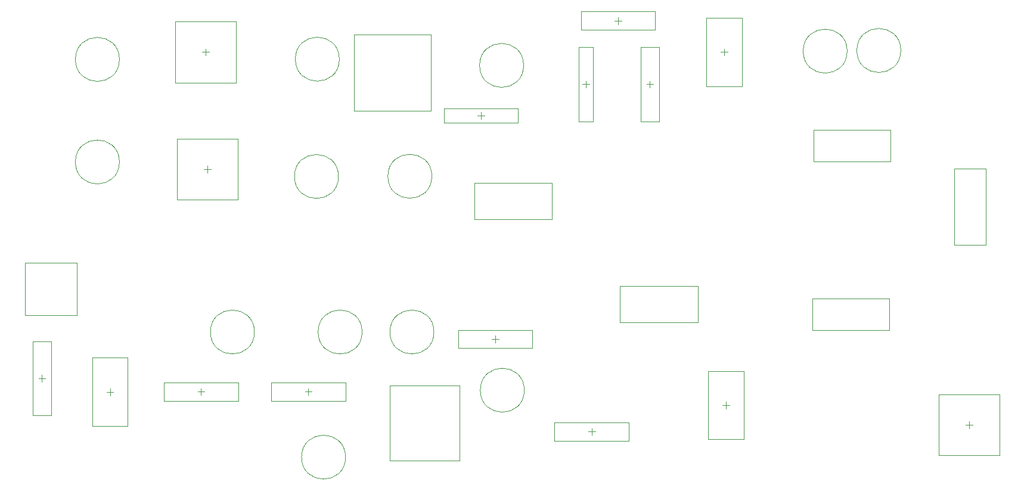
<source format=gbr>
%TF.GenerationSoftware,Altium Limited,Altium Designer,21.2.2 (38)*%
G04 Layer_Color=32768*
%FSLAX26Y26*%
%MOIN*%
%TF.SameCoordinates,77551777-079B-400F-9D4E-00EB0A9A3649*%
%TF.FilePolarity,Positive*%
%TF.FileFunction,Other,Mechanical_15*%
%TF.Part,Single*%
G01*
G75*
%TA.AperFunction,NonConductor*%
%ADD74C,0.003937*%
%ADD78C,0.001968*%
D74*
X6190000Y2470315D02*
Y2509685D01*
X6170315Y2490000D02*
X6209685D01*
X3260315Y4465000D02*
X3299685D01*
X3280000Y4445315D02*
Y4484685D01*
X3290000Y3790315D02*
Y3829685D01*
X3270315Y3810000D02*
X3309685D01*
X2268622Y2993622D02*
X2561378D01*
X2268622D02*
Y3286378D01*
X2561378D01*
Y2993622D02*
Y3286378D01*
X2725829Y2564117D02*
X2765199D01*
X2745514Y2544432D02*
Y2583802D01*
X2365000Y2620315D02*
Y2659685D01*
X2345315Y2640000D02*
X2384685D01*
X3835315Y2565000D02*
X3874685D01*
X3855000Y2545315D02*
Y2584685D01*
X4880315Y2860000D02*
X4919685D01*
X4900000Y2840315D02*
Y2879685D01*
X4820000Y4090315D02*
Y4129685D01*
X4800315Y4110000D02*
X4839685D01*
X5419205Y2341592D02*
X5458575D01*
X5438890Y2321907D02*
Y2361277D01*
X7530315Y2380000D02*
X7569685D01*
X7550000Y2360315D02*
Y2399685D01*
X3235315Y2565000D02*
X3274685D01*
X3255000Y2545315D02*
Y2584685D01*
X5765000Y4265315D02*
Y4304685D01*
X5745315Y4285000D02*
X5784685D01*
X5566936Y4640578D02*
X5606306D01*
X5586621Y4620893D02*
Y4660263D01*
X5388423Y4285000D02*
X5427793D01*
X5408108Y4265315D02*
Y4304685D01*
X6160315Y4465000D02*
X6199685D01*
X6180000Y4445315D02*
Y4484685D01*
X4539567Y4135551D02*
Y4564685D01*
X4110433D02*
X4539567D01*
X4110433Y4135551D02*
Y4564685D01*
Y4135551D02*
X4539567D01*
D78*
X6868032Y4470630D02*
G03*
X6868032Y4470630I-123031J0D01*
G01*
X7168032Y4474370D02*
G03*
X7168032Y4474370I-123031J0D01*
G01*
X4023032Y3769370D02*
G03*
X4023032Y3769370I-123031J0D01*
G01*
X4028032Y4425630D02*
G03*
X4028032Y4425630I-123031J0D01*
G01*
X2798032Y4424370D02*
G03*
X2798032Y4424370I-123031J0D01*
G01*
Y3850630D02*
G03*
X2798032Y3850630I-123031J0D01*
G01*
X3553032Y2899370D02*
G03*
X3553032Y2899370I-123031J0D01*
G01*
X4557109D02*
G03*
X4557109Y2899370I-123031J0D01*
G01*
X4545332Y3770557D02*
G03*
X4545332Y3770557I-123031J0D01*
G01*
X5062402Y2573822D02*
G03*
X5062402Y2573822I-123031J0D01*
G01*
X4155348Y2899370D02*
G03*
X4155348Y2899370I-123031J0D01*
G01*
X4062677Y2199389D02*
G03*
X4062677Y2199389I-123031J0D01*
G01*
X5058581Y4390821D02*
G03*
X5058581Y4390821I-123031J0D01*
G01*
X5217323Y3529173D02*
Y3733898D01*
X4782677D02*
X5217323D01*
X4782677Y3529173D02*
Y3733898D01*
Y3529173D02*
X5217323D01*
X6289213Y2298465D02*
Y2681535D01*
X6091181Y2298465D02*
X6289213D01*
X6091181D02*
Y2681535D01*
X6289213D01*
X3108740Y4636260D02*
X3451260D01*
X3108740Y4293740D02*
Y4636260D01*
Y4293740D02*
X3451260D01*
Y4636260D01*
X3461260Y3638740D02*
Y3981260D01*
X3118740Y3638740D02*
X3461260D01*
X3118740D02*
Y3981260D01*
X3461260D01*
X2646301Y2372582D02*
X2844333D01*
Y2755652D01*
X2646301D02*
X2844333D01*
X2646301Y2372582D02*
Y2755652D01*
X2313819Y2432323D02*
X2416181D01*
Y2847677D01*
X2313819Y2432323D02*
Y2847677D01*
X2416181D01*
X4062677Y2513819D02*
Y2616181D01*
X3647323D02*
X4062677D01*
X3647323Y2513819D02*
X4062677D01*
X3647323D02*
Y2616181D01*
X4692323Y2808819D02*
Y2911181D01*
Y2808819D02*
X5107677D01*
X4692323Y2911181D02*
X5107677D01*
Y2808819D02*
Y2911181D01*
X4612323Y4069646D02*
X5027677D01*
X4612323D02*
Y4150354D01*
X5027677Y4069646D02*
Y4150354D01*
X4612323D02*
X5027677D01*
X4311047Y2180907D02*
Y2600592D01*
Y2180907D02*
X4700338D01*
Y2600592D01*
X4311047D02*
X4700338D01*
X5646568Y2290411D02*
Y2392773D01*
X5231213D02*
X5646568D01*
X5231213Y2290411D02*
X5646568D01*
X5231213D02*
Y2392773D01*
X6675236Y2910354D02*
Y3087913D01*
Y2910354D02*
X7104764D01*
Y3087913D01*
X6675236D02*
X7104764D01*
X7642913Y3385236D02*
Y3814764D01*
X7465354Y3385236D02*
X7642913D01*
X7465354D02*
Y3814764D01*
X7642913D01*
X7378740Y2551260D02*
X7721260D01*
Y2208740D02*
Y2551260D01*
X7378740Y2208740D02*
X7721260D01*
X7378740D02*
Y2551260D01*
X5598071Y2954055D02*
Y3156811D01*
Y2954055D02*
X6031929D01*
Y3156811D01*
X5598071D02*
X6031929D01*
X3462677Y2513819D02*
Y2616181D01*
X3047323D02*
X3462677D01*
X3047323Y2513819D02*
X3462677D01*
X3047323D02*
Y2616181D01*
X5713819Y4492677D02*
X5816181D01*
X5713819Y4077323D02*
Y4492677D01*
X5816181Y4077323D02*
Y4492677D01*
X5713819Y4077323D02*
X5816181D01*
X5378944Y4589397D02*
Y4691760D01*
Y4589397D02*
X5794298D01*
X5378944Y4691760D02*
X5794298D01*
Y4589397D02*
Y4691760D01*
X5448462Y4077323D02*
Y4492677D01*
X5367754Y4077323D02*
X5448462D01*
X5367754Y4492677D02*
X5448462D01*
X5367754Y4077323D02*
Y4492677D01*
X6081181Y4656535D02*
X6279213D01*
X6081181Y4273465D02*
Y4656535D01*
Y4273465D02*
X6279213D01*
Y4656535D01*
X7109764Y3852087D02*
Y4029646D01*
X6680236D02*
X7109764D01*
X6680236Y3852087D02*
Y4029646D01*
Y3852087D02*
X7109764D01*
%TF.MD5,1994fbc77a7a837a4c5961f636c116a4*%
M02*

</source>
